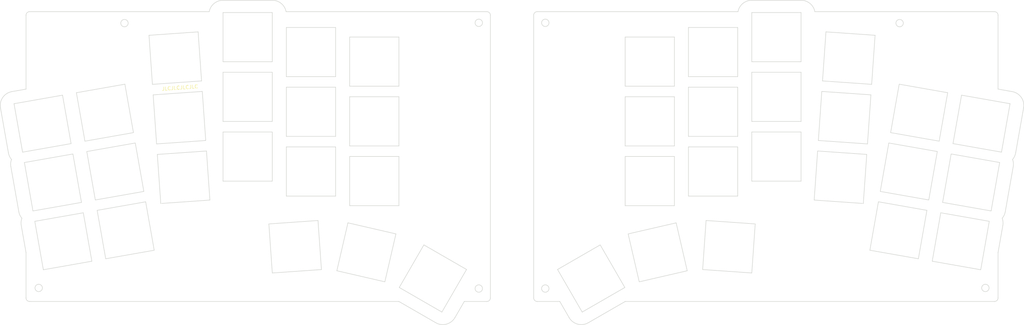
<source format=kicad_pcb>

            
(kicad_pcb (version 20171130) (host pcbnew 5.1.6)

  (page A3)
  (title_block
    (title top_plate)
    (rev 0.1)
    (company stronglytyped)
  )

  (general
    (thickness 1.6)
  )

  (layers
    (0 F.Cu signal)
    (31 B.Cu signal)
    (32 B.Adhes user)
    (33 F.Adhes user)
    (34 B.Paste user)
    (35 F.Paste user)
    (36 B.SilkS user)
    (37 F.SilkS user)
    (38 B.Mask user)
    (39 F.Mask user)
    (40 Dwgs.User user)
    (41 Cmts.User user)
    (42 Eco1.User user)
    (43 Eco2.User user)
    (44 Edge.Cuts user)
    (45 Margin user)
    (46 B.CrtYd user)
    (47 F.CrtYd user)
    (48 B.Fab user)
    (49 F.Fab user)
  )

  (setup
    (last_trace_width 0.25)
    (trace_clearance 0.2)
    (zone_clearance 0.508)
    (zone_45_only no)
    (trace_min 0.2)
    (via_size 0.8)
    (via_drill 0.4)
    (via_min_size 0.4)
    (via_min_drill 0.3)
    (uvia_size 0.3)
    (uvia_drill 0.1)
    (uvias_allowed no)
    (uvia_min_size 0.2)
    (uvia_min_drill 0.1)
    (edge_width 0.05)
    (segment_width 0.2)
    (pcb_text_width 0.3)
    (pcb_text_size 1.5 1.5)
    (mod_edge_width 0.12)
    (mod_text_size 1 1)
    (mod_text_width 0.15)
    (pad_size 1.524 1.524)
    (pad_drill 0.762)
    (pad_to_mask_clearance 0.05)
    (aux_axis_origin 0 0)
    (visible_elements FFFFFF7F)
    (pcbplotparams
      (layerselection 0x010fc_ffffffff)
      (usegerberextensions false)
      (usegerberattributes true)
      (usegerberadvancedattributes true)
      (creategerberjobfile true)
      (excludeedgelayer true)
      (linewidth 0.100000)
      (plotframeref false)
      (viasonmask false)
      (mode 1)
      (useauxorigin false)
      (hpglpennumber 1)
      (hpglpenspeed 20)
      (hpglpendiameter 15.000000)
      (psnegative false)
      (psa4output false)
      (plotreference true)
      (plotvalue true)
      (plotinvisibletext false)
      (padsonsilk false)
      (subtractmaskfromsilk false)
      (outputformat 1)
      (mirror false)
      (drillshape 1)
      (scaleselection 1)
      (outputdirectory ""))
  )

            (net 0 "")
            
  (net_class Default "This is the default net class."
    (clearance 0.2)
    (trace_width 0.25)
    (via_dia 0.8)
    (via_drill 0.4)
    (uvia_dia 0.3)
    (uvia_drill 0.1)
    (add_net "")
  )

            
            (gr_text "JLCJLCJLCJLC" (at 27.925710600000002 -43.3512175 4) (layer F.SilkS)
                (effects (font (size 1 1) (thickness 0.15)) (justify left))
            )
        
            (gr_arc (start -8.0223674 -5.1857132) (end -11.781137900000001 -6.5537938) (angle -30.000000276768162) (layer Edge.Cuts) (width 0.15))
(gr_line (start -11.9615984 -4.4911204) (end -10.601676099999999 3.2213821954094755) (angle 90) (layer Edge.Cuts) (width 0.15))
(gr_arc (start -10.9743864 -21.927445) (end -14.733156900000001 -23.295525599999998) (angle -30.000000276768105) (layer Edge.Cuts) (width 0.15))
(gr_line (start -14.9136174 -21.2328522) (end -12.6561911 -8.4303515) (angle 90) (layer Edge.Cuts) (width 0.15))
(gr_arc (start -8.7169601 -9.1249442) (end -12.6561911 -8.4303515) (angle -29.999999321425776) (layer Edge.Cuts) (width 0.15))
(gr_line (start -10.601676099999999 -43.31712271861439) (end -14.6209981 -42.6084078) (angle 90) (layer Edge.Cuts) (width 0.15))
(gr_arc (start -13.9264054 -38.6691768) (end -14.6209981 -42.6084078) (angle -90) (layer Edge.Cuts) (width 0.15))
(gr_line (start -17.8656364 -37.974584) (end -15.608210099999999 -25.1720833) (angle 90) (layer Edge.Cuts) (width 0.15))
(gr_arc (start -11.6689791 -25.866676) (end -15.608210099999999 -25.172083299999997) (angle -29.999999321425776) (layer Edge.Cuts) (width 0.15))
(gr_arc (start 59.3983239 -64.6129635) (end 63.327382300000004 -65.3629636) (angle -79.19307568759791) (layer Edge.Cuts) (width 0.15))
(gr_line (start 59.3983239 -68.6129635) (end 45.3983239 -68.6129635) (angle 90) (layer Edge.Cuts) (width 0.15))
(gr_arc (start 45.3983239 -64.6129635) (end 45.3983239 -68.6129635) (angle -79.19307568759791) (layer Edge.Cuts) (width 0.15))
(gr_line (start 95.38089060628026 17.1370364) (end 105.86439809999999 23.189692299999997) (angle 90) (layer Edge.Cuts) (width 0.15))
(gr_arc (start 107.86439809999999 19.725590699999998) (end 105.86439809999999 23.189692299999997) (angle -90) (layer Edge.Cuts) (width 0.15))
(gr_line (start 111.32849969999998 21.725590699999998) (end 113.97770277187293 17.1370364) (angle 90) (layer Edge.Cuts) (width 0.15))
(gr_line (start 265.70611669999994 3.22138219540966) (end 267.066039 -4.4911204) (angle 90) (layer Edge.Cuts) (width 0.15))
(gr_arc (start 263.126808 -5.1857132) (end 267.066039 -4.4911205) (angle -30.000000276768105) (layer Edge.Cuts) (width 0.15))
(gr_arc (start 263.82140069999997 -9.1249442) (end 266.88557849999995 -6.553793799999999) (angle -29.99999932142589) (layer Edge.Cuts) (width 0.15))
(gr_line (start 267.7606317 -8.4303515) (end 270.018058 -21.2328522) (angle 90) (layer Edge.Cuts) (width 0.15))
(gr_arc (start 266.078827 -21.927445) (end 270.018058 -21.232852299999998) (angle -30.00000027676799) (layer Edge.Cuts) (width 0.15))
(gr_arc (start 266.7734197 -25.866676) (end 269.83759749999996 -23.295525599999998) (angle -29.99999932142589) (layer Edge.Cuts) (width 0.15))
(gr_line (start 270.7126507 -25.1720833) (end 272.970077 -37.974584) (angle 90) (layer Edge.Cuts) (width 0.15))
(gr_arc (start 269.030846 -38.6691768) (end 272.970077 -37.9745841) (angle -90) (layer Edge.Cuts) (width 0.15))
(gr_line (start 269.7254387 -42.6084078) (end 265.70611669999994 -43.3171227186144) (angle 90) (layer Edge.Cuts) (width 0.15))
(gr_arc (start 209.70611669999997 -64.6129635) (end 213.63517509999997 -65.3629636) (angle -79.19307568759791) (layer Edge.Cuts) (width 0.15))
(gr_line (start 209.70611669999997 -68.6129635) (end 195.70611669999997 -68.6129635) (angle 90) (layer Edge.Cuts) (width 0.15))
(gr_arc (start 195.70611669999997 -64.6129635) (end 195.70611669999997 -68.6129635) (angle -79.19307568759791) (layer Edge.Cuts) (width 0.15))
(gr_line (start 149.2400425 23.189692299999997) (end 159.7235499937197 17.1370364) (angle 90) (layer Edge.Cuts) (width 0.15))
(gr_line (start 141.12673782812703 17.1370364) (end 143.7759409 21.725590699999998) (angle 90) (layer Edge.Cuts) (width 0.15))
(gr_arc (start 147.2400425 19.725590699999998) (end 143.7759409 21.725590699999998) (angle -90) (layer Edge.Cuts) (width 0.15))
(gr_line (start -9.601676099999999 17.1370364) (end 95.38089060628026 17.1370364) (angle 90) (layer Edge.Cuts) (width 0.15))
(gr_line (start 113.97770277187293 17.1370364) (end 120.39832390000001 17.1370364) (angle 90) (layer Edge.Cuts) (width 0.15))
(gr_arc (start 120.39832390000001 16.1370364) (end 120.39832390000001 17.1370364) (angle -90) (layer Edge.Cuts) (width 0.15))
(gr_line (start 121.39832390000001 16.1370364) (end 121.39832390000001 -64.3629636) (angle 90) (layer Edge.Cuts) (width 0.15))
(gr_arc (start 120.39832390000001 -64.3629636) (end 121.39832390000001 -64.3629636) (angle -90) (layer Edge.Cuts) (width 0.15))
(gr_line (start 120.39832390000001 -65.3629636) (end 63.327382300000004 -65.3629636) (angle 90) (layer Edge.Cuts) (width 0.15))
(gr_line (start 41.4692655 -65.3629636) (end -9.601676099999999 -65.3629636) (angle 90) (layer Edge.Cuts) (width 0.15))
(gr_arc (start -9.601676099999999 -64.3629636) (end -9.601676099999999 -65.3629636) (angle -90) (layer Edge.Cuts) (width 0.15))
(gr_line (start -10.601676099999999 -64.3629636) (end -10.601676099999999 -43.31712271861439) (angle 90) (layer Edge.Cuts) (width 0.15))
(gr_line (start -10.601676099999999 3.2213821954094755) (end -10.601676099999999 16.1370364) (angle 90) (layer Edge.Cuts) (width 0.15))
(gr_arc (start -9.601676099999999 16.1370364) (end -10.601676099999999 16.1370364) (angle -90) (layer Edge.Cuts) (width 0.15))
(gr_line (start 134.70611669999997 17.1370364) (end 141.12673782812703 17.1370364) (angle 90) (layer Edge.Cuts) (width 0.15))
(gr_line (start 159.7235499937197 17.1370364) (end 264.70611669999994 17.1370364) (angle 90) (layer Edge.Cuts) (width 0.15))
(gr_arc (start 264.70611669999994 16.1370364) (end 264.70611669999994 17.1370364) (angle -90) (layer Edge.Cuts) (width 0.15))
(gr_line (start 265.70611669999994 16.1370364) (end 265.70611669999994 3.22138219540966) (angle 90) (layer Edge.Cuts) (width 0.15))
(gr_line (start 265.70611669999994 -43.3171227186144) (end 265.70611669999994 -64.3629636) (angle 90) (layer Edge.Cuts) (width 0.15))
(gr_arc (start 264.70611669999994 -64.3629636) (end 265.70611669999994 -64.3629636) (angle -90) (layer Edge.Cuts) (width 0.15))
(gr_line (start 264.70611669999994 -65.3629636) (end 213.63517509999997 -65.3629636) (angle 90) (layer Edge.Cuts) (width 0.15))
(gr_line (start 191.77705829999996 -65.3629636) (end 134.70611669999997 -65.3629636) (angle 90) (layer Edge.Cuts) (width 0.15))
(gr_arc (start 134.70611669999997 -64.3629636) (end 134.70611669999997 -65.3629636) (angle -90) (layer Edge.Cuts) (width 0.15))
(gr_line (start 133.70611669999997 -64.3629636) (end 133.70611669999997 16.1370364) (angle 90) (layer Edge.Cuts) (width 0.15))
(gr_arc (start 134.70611669999997 16.1370364) (end 133.70611669999997 16.1370364) (angle -90) (layer Edge.Cuts) (width 0.15))
(gr_line (start -5.678117 8.1091915) (end 8.1091915 5.678117) (angle 90) (layer Edge.Cuts) (width 0.15))
(gr_line (start 8.1091915 5.678117) (end 5.678117 -8.1091915) (angle 90) (layer Edge.Cuts) (width 0.15))
(gr_line (start 5.678117 -8.1091915) (end -8.1091915 -5.678117) (angle 90) (layer Edge.Cuts) (width 0.15))
(gr_line (start -8.1091915 -5.678117) (end -5.678117 8.1091915) (angle 90) (layer Edge.Cuts) (width 0.15))
(gr_line (start -8.630136 -8.6325403) (end 5.1571725 -11.0636148) (angle 90) (layer Edge.Cuts) (width 0.15))
(gr_line (start 5.1571725 -11.0636148) (end 2.7260980000000004 -24.850923299999998) (angle 90) (layer Edge.Cuts) (width 0.15))
(gr_line (start 2.7260980000000004 -24.850923299999998) (end -11.0612105 -22.4198488) (angle 90) (layer Edge.Cuts) (width 0.15))
(gr_line (start -11.0612105 -22.4198488) (end -8.630136 -8.6325403) (angle 90) (layer Edge.Cuts) (width 0.15))
(gr_line (start -11.582155 -25.3742721) (end 2.2051534999999998 -27.8053466) (angle 90) (layer Edge.Cuts) (width 0.15))
(gr_line (start 2.2051534999999998 -27.8053466) (end -0.2259209999999996 -41.5926551) (angle 90) (layer Edge.Cuts) (width 0.15))
(gr_line (start -0.2259209999999996 -41.5926551) (end -14.0132295 -39.1615806) (angle 90) (layer Edge.Cuts) (width 0.15))
(gr_line (start -14.0132295 -39.1615806) (end -11.582155 -25.3742721) (angle 90) (layer Edge.Cuts) (width 0.15))
(gr_line (start 12.048422599999999 4.983524299999999) (end 25.835731099999997 2.5524498) (angle 90) (layer Edge.Cuts) (width 0.15))
(gr_line (start 25.835731099999997 2.5524498) (end 23.4046566 -11.2348587) (angle 90) (layer Edge.Cuts) (width 0.15))
(gr_line (start 23.4046566 -11.2348587) (end 9.6173481 -8.8037842) (angle 90) (layer Edge.Cuts) (width 0.15))
(gr_line (start 9.6173481 -8.8037842) (end 12.048422599999999 4.983524299999999) (angle 90) (layer Edge.Cuts) (width 0.15))
(gr_line (start 9.0964035 -11.7582075) (end 22.883712 -14.189281999999999) (angle 90) (layer Edge.Cuts) (width 0.15))
(gr_line (start 22.883712 -14.189281999999999) (end 20.4526375 -27.9765905) (angle 90) (layer Edge.Cuts) (width 0.15))
(gr_line (start 20.4526375 -27.9765905) (end 6.665329 -25.545516) (angle 90) (layer Edge.Cuts) (width 0.15))
(gr_line (start 6.665329 -25.545516) (end 9.0964035 -11.7582075) (angle 90) (layer Edge.Cuts) (width 0.15))
(gr_line (start 6.144384499999999 -28.4999393) (end 19.931693 -30.931013800000002) (angle 90) (layer Edge.Cuts) (width 0.15))
(gr_line (start 19.931693 -30.931013800000002) (end 17.5006185 -44.718322300000004) (angle 90) (layer Edge.Cuts) (width 0.15))
(gr_line (start 17.5006185 -44.718322300000004) (end 3.71331 -42.2872478) (angle 90) (layer Edge.Cuts) (width 0.15))
(gr_line (start 3.71331 -42.2872478) (end 6.144384499999999 -28.4999393) (angle 90) (layer Edge.Cuts) (width 0.15))
(gr_line (start 27.698886 -10.755994600000001) (end 41.6647827 -11.7325853) (angle 90) (layer Edge.Cuts) (width 0.15))
(gr_line (start 41.6647827 -11.7325853) (end 40.688192 -25.698482) (angle 90) (layer Edge.Cuts) (width 0.15))
(gr_line (start 40.688192 -25.698482) (end 26.722295300000003 -24.7218913) (angle 90) (layer Edge.Cuts) (width 0.15))
(gr_line (start 26.722295300000003 -24.7218913) (end 27.698886 -10.755994600000001) (angle 90) (layer Edge.Cuts) (width 0.15))
(gr_line (start 26.513025900000002 -27.7145835) (end 40.478922600000004 -28.6911742) (angle 90) (layer Edge.Cuts) (width 0.15))
(gr_line (start 40.478922600000004 -28.6911742) (end 39.5023319 -42.657070899999994) (angle 90) (layer Edge.Cuts) (width 0.15))
(gr_line (start 39.5023319 -42.657070899999994) (end 25.536435200000003 -41.6804802) (angle 90) (layer Edge.Cuts) (width 0.15))
(gr_line (start 25.536435200000003 -41.6804802) (end 26.513025900000002 -27.7145835) (angle 90) (layer Edge.Cuts) (width 0.15))
(gr_line (start 25.3271659 -44.6731723) (end 39.2930626 -45.649763) (angle 90) (layer Edge.Cuts) (width 0.15))
(gr_line (start 39.2930626 -45.649763) (end 38.316471899999996 -59.615659699999995) (angle 90) (layer Edge.Cuts) (width 0.15))
(gr_line (start 38.316471899999996 -59.615659699999995) (end 24.3505752 -58.639069) (angle 90) (layer Edge.Cuts) (width 0.15))
(gr_line (start 24.3505752 -58.639069) (end 25.3271659 -44.6731723) (angle 90) (layer Edge.Cuts) (width 0.15))
(gr_line (start 45.3983239 -17.1129636) (end 59.3983239 -17.1129636) (angle 90) (layer Edge.Cuts) (width 0.15))
(gr_line (start 59.3983239 -17.1129636) (end 59.3983239 -31.1129636) (angle 90) (layer Edge.Cuts) (width 0.15))
(gr_line (start 59.3983239 -31.1129636) (end 45.3983239 -31.1129636) (angle 90) (layer Edge.Cuts) (width 0.15))
(gr_line (start 45.3983239 -31.1129636) (end 45.3983239 -17.1129636) (angle 90) (layer Edge.Cuts) (width 0.15))
(gr_line (start 45.3983239 -34.1129636) (end 59.3983239 -34.1129636) (angle 90) (layer Edge.Cuts) (width 0.15))
(gr_line (start 59.3983239 -34.1129636) (end 59.3983239 -48.1129636) (angle 90) (layer Edge.Cuts) (width 0.15))
(gr_line (start 59.3983239 -48.1129636) (end 45.3983239 -48.1129636) (angle 90) (layer Edge.Cuts) (width 0.15))
(gr_line (start 45.3983239 -48.1129636) (end 45.3983239 -34.1129636) (angle 90) (layer Edge.Cuts) (width 0.15))
(gr_line (start 45.3983239 -51.1129635) (end 59.3983239 -51.1129635) (angle 90) (layer Edge.Cuts) (width 0.15))
(gr_line (start 59.3983239 -51.1129635) (end 59.3983239 -65.1129635) (angle 90) (layer Edge.Cuts) (width 0.15))
(gr_line (start 59.3983239 -65.1129635) (end 45.3983239 -65.1129635) (angle 90) (layer Edge.Cuts) (width 0.15))
(gr_line (start 45.3983239 -65.1129635) (end 45.3983239 -51.1129635) (angle 90) (layer Edge.Cuts) (width 0.15))
(gr_line (start 63.398323899999994 -12.8629635) (end 77.3983239 -12.8629635) (angle 90) (layer Edge.Cuts) (width 0.15))
(gr_line (start 77.3983239 -12.8629635) (end 77.3983239 -26.8629635) (angle 90) (layer Edge.Cuts) (width 0.15))
(gr_line (start 77.3983239 -26.8629635) (end 63.398323899999994 -26.8629635) (angle 90) (layer Edge.Cuts) (width 0.15))
(gr_line (start 63.398323899999994 -26.8629635) (end 63.398323899999994 -12.8629635) (angle 90) (layer Edge.Cuts) (width 0.15))
(gr_line (start 63.398323899999994 -29.8629635) (end 77.3983239 -29.8629635) (angle 90) (layer Edge.Cuts) (width 0.15))
(gr_line (start 77.3983239 -29.8629635) (end 77.3983239 -43.8629635) (angle 90) (layer Edge.Cuts) (width 0.15))
(gr_line (start 77.3983239 -43.8629635) (end 63.398323899999994 -43.8629635) (angle 90) (layer Edge.Cuts) (width 0.15))
(gr_line (start 63.398323899999994 -43.8629635) (end 63.398323899999994 -29.8629635) (angle 90) (layer Edge.Cuts) (width 0.15))
(gr_line (start 63.398323899999994 -46.8629635) (end 77.3983239 -46.8629635) (angle 90) (layer Edge.Cuts) (width 0.15))
(gr_line (start 77.3983239 -46.8629635) (end 77.3983239 -60.8629635) (angle 90) (layer Edge.Cuts) (width 0.15))
(gr_line (start 77.3983239 -60.8629635) (end 63.398323899999994 -60.8629635) (angle 90) (layer Edge.Cuts) (width 0.15))
(gr_line (start 63.398323899999994 -60.8629635) (end 63.398323899999994 -46.8629635) (angle 90) (layer Edge.Cuts) (width 0.15))
(gr_line (start 81.398324 -10.1429635) (end 95.398324 -10.1429635) (angle 90) (layer Edge.Cuts) (width 0.15))
(gr_line (start 95.398324 -10.1429635) (end 95.398324 -24.1429635) (angle 90) (layer Edge.Cuts) (width 0.15))
(gr_line (start 95.398324 -24.1429635) (end 81.398324 -24.1429635) (angle 90) (layer Edge.Cuts) (width 0.15))
(gr_line (start 81.398324 -24.1429635) (end 81.398324 -10.1429635) (angle 90) (layer Edge.Cuts) (width 0.15))
(gr_line (start 81.398324 -27.1429635) (end 95.398324 -27.1429635) (angle 90) (layer Edge.Cuts) (width 0.15))
(gr_line (start 95.398324 -27.1429635) (end 95.398324 -41.1429635) (angle 90) (layer Edge.Cuts) (width 0.15))
(gr_line (start 95.398324 -41.1429635) (end 81.398324 -41.1429635) (angle 90) (layer Edge.Cuts) (width 0.15))
(gr_line (start 81.398324 -41.1429635) (end 81.398324 -27.1429635) (angle 90) (layer Edge.Cuts) (width 0.15))
(gr_line (start 81.398324 -44.1429635) (end 95.398324 -44.1429635) (angle 90) (layer Edge.Cuts) (width 0.15))
(gr_line (start 95.398324 -44.1429635) (end 95.398324 -58.1429635) (angle 90) (layer Edge.Cuts) (width 0.15))
(gr_line (start 95.398324 -58.1429635) (end 81.398324 -58.1429635) (angle 90) (layer Edge.Cuts) (width 0.15))
(gr_line (start 81.398324 -58.1429635) (end 81.398324 -44.1429635) (angle 90) (layer Edge.Cuts) (width 0.15))
(gr_line (start 59.403671 9.028280199999998) (end 73.3695677 8.051689499999998) (angle 90) (layer Edge.Cuts) (width 0.15))
(gr_line (start 73.3695677 8.051689499999998) (end 72.392977 -5.9142072) (angle 90) (layer Edge.Cuts) (width 0.15))
(gr_line (start 72.392977 -5.9142072) (end 58.4270803 -4.937616500000001) (angle 90) (layer Edge.Cuts) (width 0.15))
(gr_line (start 58.4270803 -4.937616500000001) (end 59.403671 9.028280199999998) (angle 90) (layer Edge.Cuts) (width 0.15))
(gr_line (start 77.75549720000001 8.396869699999998) (end 91.3966781 11.546184399999998) (angle 90) (layer Edge.Cuts) (width 0.15))
(gr_line (start 91.3966781 11.546184399999998) (end 94.5459928 -2.0949965000000024) (angle 90) (layer Edge.Cuts) (width 0.15))
(gr_line (start 94.5459928 -2.0949965000000024) (end 80.9048119 -5.244311200000002) (angle 90) (layer Edge.Cuts) (width 0.15))
(gr_line (start 80.9048119 -5.244311200000002) (end 77.75549720000001 8.396869699999998) (angle 90) (layer Edge.Cuts) (width 0.15))
(gr_line (start 95.49004249999999 13.158603399999997) (end 107.61439809999999 20.158603399999997) (angle 90) (layer Edge.Cuts) (width 0.15))
(gr_line (start 107.61439809999999 20.158603399999997) (end 114.61439809999999 8.034247799999996) (angle 90) (layer Edge.Cuts) (width 0.15))
(gr_line (start 114.61439809999999 8.034247799999996) (end 102.49004249999999 1.0342477999999957) (angle 90) (layer Edge.Cuts) (width 0.15))
(gr_line (start 102.49004249999999 1.0342477999999957) (end 95.49004249999999 13.158603399999997) (angle 90) (layer Edge.Cuts) (width 0.15))
(gr_line (start 246.99524909999997 5.678117) (end 260.78255759999996 8.1091915) (angle 90) (layer Edge.Cuts) (width 0.15))
(gr_line (start 260.78255759999996 8.1091915) (end 263.2136321 -5.678117) (angle 90) (layer Edge.Cuts) (width 0.15))
(gr_line (start 263.2136321 -5.678117) (end 249.4263236 -8.1091915) (angle 90) (layer Edge.Cuts) (width 0.15))
(gr_line (start 249.4263236 -8.1091915) (end 246.99524909999997 5.678117) (angle 90) (layer Edge.Cuts) (width 0.15))
(gr_line (start 249.94726809999997 -11.0636148) (end 263.73457659999997 -8.6325403) (angle 90) (layer Edge.Cuts) (width 0.15))
(gr_line (start 263.73457659999997 -8.6325403) (end 266.1656511 -22.4198488) (angle 90) (layer Edge.Cuts) (width 0.15))
(gr_line (start 266.1656511 -22.4198488) (end 252.3783426 -24.850923299999998) (angle 90) (layer Edge.Cuts) (width 0.15))
(gr_line (start 252.3783426 -24.850923299999998) (end 249.94726809999997 -11.0636148) (angle 90) (layer Edge.Cuts) (width 0.15))
(gr_line (start 252.89928709999998 -27.8053466) (end 266.6865956 -25.3742721) (angle 90) (layer Edge.Cuts) (width 0.15))
(gr_line (start 266.6865956 -25.3742721) (end 269.1176701 -39.1615806) (angle 90) (layer Edge.Cuts) (width 0.15))
(gr_line (start 269.1176701 -39.1615806) (end 255.3303616 -41.5926551) (angle 90) (layer Edge.Cuts) (width 0.15))
(gr_line (start 255.3303616 -41.5926551) (end 252.89928709999998 -27.8053466) (angle 90) (layer Edge.Cuts) (width 0.15))
(gr_line (start 229.26870949999997 2.5524498) (end 243.056018 4.983524299999999) (angle 90) (layer Edge.Cuts) (width 0.15))
(gr_line (start 243.056018 4.983524299999999) (end 245.4870925 -8.8037842) (angle 90) (layer Edge.Cuts) (width 0.15))
(gr_line (start 245.4870925 -8.8037842) (end 231.69978399999997 -11.2348587) (angle 90) (layer Edge.Cuts) (width 0.15))
(gr_line (start 231.69978399999997 -11.2348587) (end 229.26870949999997 2.5524498) (angle 90) (layer Edge.Cuts) (width 0.15))
(gr_line (start 232.22072859999997 -14.189281999999999) (end 246.00803709999997 -11.7582075) (angle 90) (layer Edge.Cuts) (width 0.15))
(gr_line (start 246.00803709999997 -11.7582075) (end 248.4391116 -25.545516) (angle 90) (layer Edge.Cuts) (width 0.15))
(gr_line (start 248.4391116 -25.545516) (end 234.6518031 -27.9765905) (angle 90) (layer Edge.Cuts) (width 0.15))
(gr_line (start 234.6518031 -27.9765905) (end 232.22072859999997 -14.189281999999999) (angle 90) (layer Edge.Cuts) (width 0.15))
(gr_line (start 235.17274759999998 -30.931013800000002) (end 248.96005609999997 -28.4999393) (angle 90) (layer Edge.Cuts) (width 0.15))
(gr_line (start 248.96005609999997 -28.4999393) (end 251.3911306 -42.2872478) (angle 90) (layer Edge.Cuts) (width 0.15))
(gr_line (start 251.3911306 -42.2872478) (end 237.6038221 -44.718322300000004) (angle 90) (layer Edge.Cuts) (width 0.15))
(gr_line (start 237.6038221 -44.718322300000004) (end 235.17274759999998 -30.931013800000002) (angle 90) (layer Edge.Cuts) (width 0.15))
(gr_line (start 213.4396579 -11.7325853) (end 227.4055546 -10.755994600000001) (angle 90) (layer Edge.Cuts) (width 0.15))
(gr_line (start 227.4055546 -10.755994600000001) (end 228.3821453 -24.7218913) (angle 90) (layer Edge.Cuts) (width 0.15))
(gr_line (start 228.3821453 -24.7218913) (end 214.4162486 -25.698482) (angle 90) (layer Edge.Cuts) (width 0.15))
(gr_line (start 214.4162486 -25.698482) (end 213.4396579 -11.7325853) (angle 90) (layer Edge.Cuts) (width 0.15))
(gr_line (start 214.62551799999997 -28.6911742) (end 228.59141469999997 -27.7145835) (angle 90) (layer Edge.Cuts) (width 0.15))
(gr_line (start 228.59141469999997 -27.7145835) (end 229.56800539999998 -41.6804802) (angle 90) (layer Edge.Cuts) (width 0.15))
(gr_line (start 229.56800539999998 -41.6804802) (end 215.60210869999997 -42.657070899999994) (angle 90) (layer Edge.Cuts) (width 0.15))
(gr_line (start 215.60210869999997 -42.657070899999994) (end 214.62551799999997 -28.6911742) (angle 90) (layer Edge.Cuts) (width 0.15))
(gr_line (start 215.81137799999996 -45.649763) (end 229.77727469999996 -44.6731723) (angle 90) (layer Edge.Cuts) (width 0.15))
(gr_line (start 229.77727469999996 -44.6731723) (end 230.75386539999997 -58.639069) (angle 90) (layer Edge.Cuts) (width 0.15))
(gr_line (start 230.75386539999997 -58.639069) (end 216.78796869999996 -59.615659699999995) (angle 90) (layer Edge.Cuts) (width 0.15))
(gr_line (start 216.78796869999996 -59.615659699999995) (end 215.81137799999996 -45.649763) (angle 90) (layer Edge.Cuts) (width 0.15))
(gr_line (start 195.70611669999997 -17.1129636) (end 209.70611669999997 -17.1129636) (angle 90) (layer Edge.Cuts) (width 0.15))
(gr_line (start 209.70611669999997 -17.1129636) (end 209.70611669999997 -31.1129636) (angle 90) (layer Edge.Cuts) (width 0.15))
(gr_line (start 209.70611669999997 -31.1129636) (end 195.70611669999997 -31.1129636) (angle 90) (layer Edge.Cuts) (width 0.15))
(gr_line (start 195.70611669999997 -31.1129636) (end 195.70611669999997 -17.1129636) (angle 90) (layer Edge.Cuts) (width 0.15))
(gr_line (start 195.70611669999997 -34.1129636) (end 209.70611669999997 -34.1129636) (angle 90) (layer Edge.Cuts) (width 0.15))
(gr_line (start 209.70611669999997 -34.1129636) (end 209.70611669999997 -48.1129636) (angle 90) (layer Edge.Cuts) (width 0.15))
(gr_line (start 209.70611669999997 -48.1129636) (end 195.70611669999997 -48.1129636) (angle 90) (layer Edge.Cuts) (width 0.15))
(gr_line (start 195.70611669999997 -48.1129636) (end 195.70611669999997 -34.1129636) (angle 90) (layer Edge.Cuts) (width 0.15))
(gr_line (start 195.70611669999997 -51.1129635) (end 209.70611669999997 -51.1129635) (angle 90) (layer Edge.Cuts) (width 0.15))
(gr_line (start 209.70611669999997 -51.1129635) (end 209.70611669999997 -65.1129635) (angle 90) (layer Edge.Cuts) (width 0.15))
(gr_line (start 209.70611669999997 -65.1129635) (end 195.70611669999997 -65.1129635) (angle 90) (layer Edge.Cuts) (width 0.15))
(gr_line (start 195.70611669999997 -65.1129635) (end 195.70611669999997 -51.1129635) (angle 90) (layer Edge.Cuts) (width 0.15))
(gr_line (start 177.7061167 -12.8629635) (end 191.7061167 -12.8629635) (angle 90) (layer Edge.Cuts) (width 0.15))
(gr_line (start 191.7061167 -12.8629635) (end 191.7061167 -26.8629635) (angle 90) (layer Edge.Cuts) (width 0.15))
(gr_line (start 191.7061167 -26.8629635) (end 177.7061167 -26.8629635) (angle 90) (layer Edge.Cuts) (width 0.15))
(gr_line (start 177.7061167 -26.8629635) (end 177.7061167 -12.8629635) (angle 90) (layer Edge.Cuts) (width 0.15))
(gr_line (start 177.7061167 -29.8629635) (end 191.7061167 -29.8629635) (angle 90) (layer Edge.Cuts) (width 0.15))
(gr_line (start 191.7061167 -29.8629635) (end 191.7061167 -43.8629635) (angle 90) (layer Edge.Cuts) (width 0.15))
(gr_line (start 191.7061167 -43.8629635) (end 177.7061167 -43.8629635) (angle 90) (layer Edge.Cuts) (width 0.15))
(gr_line (start 177.7061167 -43.8629635) (end 177.7061167 -29.8629635) (angle 90) (layer Edge.Cuts) (width 0.15))
(gr_line (start 177.7061167 -46.8629635) (end 191.7061167 -46.8629635) (angle 90) (layer Edge.Cuts) (width 0.15))
(gr_line (start 191.7061167 -46.8629635) (end 191.7061167 -60.8629635) (angle 90) (layer Edge.Cuts) (width 0.15))
(gr_line (start 191.7061167 -60.8629635) (end 177.7061167 -60.8629635) (angle 90) (layer Edge.Cuts) (width 0.15))
(gr_line (start 177.7061167 -60.8629635) (end 177.7061167 -46.8629635) (angle 90) (layer Edge.Cuts) (width 0.15))
(gr_line (start 159.70611659999997 -10.1429635) (end 173.70611659999997 -10.1429635) (angle 90) (layer Edge.Cuts) (width 0.15))
(gr_line (start 173.70611659999997 -10.1429635) (end 173.70611659999997 -24.1429635) (angle 90) (layer Edge.Cuts) (width 0.15))
(gr_line (start 173.70611659999997 -24.1429635) (end 159.70611659999997 -24.1429635) (angle 90) (layer Edge.Cuts) (width 0.15))
(gr_line (start 159.70611659999997 -24.1429635) (end 159.70611659999997 -10.1429635) (angle 90) (layer Edge.Cuts) (width 0.15))
(gr_line (start 159.70611659999997 -27.1429635) (end 173.70611659999997 -27.1429635) (angle 90) (layer Edge.Cuts) (width 0.15))
(gr_line (start 173.70611659999997 -27.1429635) (end 173.70611659999997 -41.1429635) (angle 90) (layer Edge.Cuts) (width 0.15))
(gr_line (start 173.70611659999997 -41.1429635) (end 159.70611659999997 -41.1429635) (angle 90) (layer Edge.Cuts) (width 0.15))
(gr_line (start 159.70611659999997 -41.1429635) (end 159.70611659999997 -27.1429635) (angle 90) (layer Edge.Cuts) (width 0.15))
(gr_line (start 159.70611659999997 -44.1429635) (end 173.70611659999997 -44.1429635) (angle 90) (layer Edge.Cuts) (width 0.15))
(gr_line (start 173.70611659999997 -44.1429635) (end 173.70611659999997 -58.1429635) (angle 90) (layer Edge.Cuts) (width 0.15))
(gr_line (start 173.70611659999997 -58.1429635) (end 159.70611659999997 -58.1429635) (angle 90) (layer Edge.Cuts) (width 0.15))
(gr_line (start 159.70611659999997 -58.1429635) (end 159.70611659999997 -44.1429635) (angle 90) (layer Edge.Cuts) (width 0.15))
(gr_line (start 181.73487289999997 8.051689499999998) (end 195.70076959999997 9.028280199999998) (angle 90) (layer Edge.Cuts) (width 0.15))
(gr_line (start 195.70076959999997 9.028280199999998) (end 196.67736029999998 -4.937616500000001) (angle 90) (layer Edge.Cuts) (width 0.15))
(gr_line (start 196.67736029999998 -4.937616500000001) (end 182.71146359999997 -5.9142072) (angle 90) (layer Edge.Cuts) (width 0.15))
(gr_line (start 182.71146359999997 -5.9142072) (end 181.73487289999997 8.051689499999998) (angle 90) (layer Edge.Cuts) (width 0.15))
(gr_line (start 163.70776249999997 11.546184399999998) (end 177.34894339999997 8.396869699999998) (angle 90) (layer Edge.Cuts) (width 0.15))
(gr_line (start 177.34894339999997 8.396869699999998) (end 174.19962869999998 -5.244311200000002) (angle 90) (layer Edge.Cuts) (width 0.15))
(gr_line (start 174.19962869999998 -5.244311200000002) (end 160.55844779999998 -2.0949965000000024) (angle 90) (layer Edge.Cuts) (width 0.15))
(gr_line (start 160.55844779999998 -2.0949965000000024) (end 163.70776249999997 11.546184399999998) (angle 90) (layer Edge.Cuts) (width 0.15))
(gr_line (start 147.4900425 20.158603399999997) (end 159.6143981 13.158603399999997) (angle 90) (layer Edge.Cuts) (width 0.15))
(gr_line (start 159.6143981 13.158603399999997) (end 152.6143981 1.0342477999999957) (angle 90) (layer Edge.Cuts) (width 0.15))
(gr_line (start 152.6143981 1.0342477999999957) (end 140.4900425 8.034247799999996) (angle 90) (layer Edge.Cuts) (width 0.15))
(gr_line (start 140.4900425 8.034247799999996) (end 147.4900425 20.158603399999997) (angle 90) (layer Edge.Cuts) (width 0.15))
(gr_circle (center 17.3802312 -62.101506900000004) (end 18.4302312 -62.101506900000004) (layer Edge.Cuts) (width 0.15))
(gr_circle (center -7.001676099999997 13.287036399999998) (end -5.951676099999998 13.287036399999998) (layer Edge.Cuts) (width 0.15))
(gr_circle (center 118.098324 -62.192963500000005) (end 119.148324 -62.192963500000005) (layer Edge.Cuts) (width 0.15))
(gr_circle (center 118.098324 13.457036500000001) (end 119.148324 13.457036500000001) (layer Edge.Cuts) (width 0.15))
(gr_circle (center 237.72420939999998 -62.101506900000004) (end 238.7742094 -62.101506900000004) (layer Edge.Cuts) (width 0.15))
(gr_circle (center 262.1061167 13.287036399999998) (end 263.1561167 13.287036399999998) (layer Edge.Cuts) (width 0.15))
(gr_circle (center 137.00611659999998 -62.192963500000005) (end 138.0561166 -62.192963500000005) (layer Edge.Cuts) (width 0.15))
(gr_circle (center 137.00611659999998 13.457036500000001) (end 138.0561166 13.457036500000001) (layer Edge.Cuts) (width 0.15))
            
)

        
</source>
